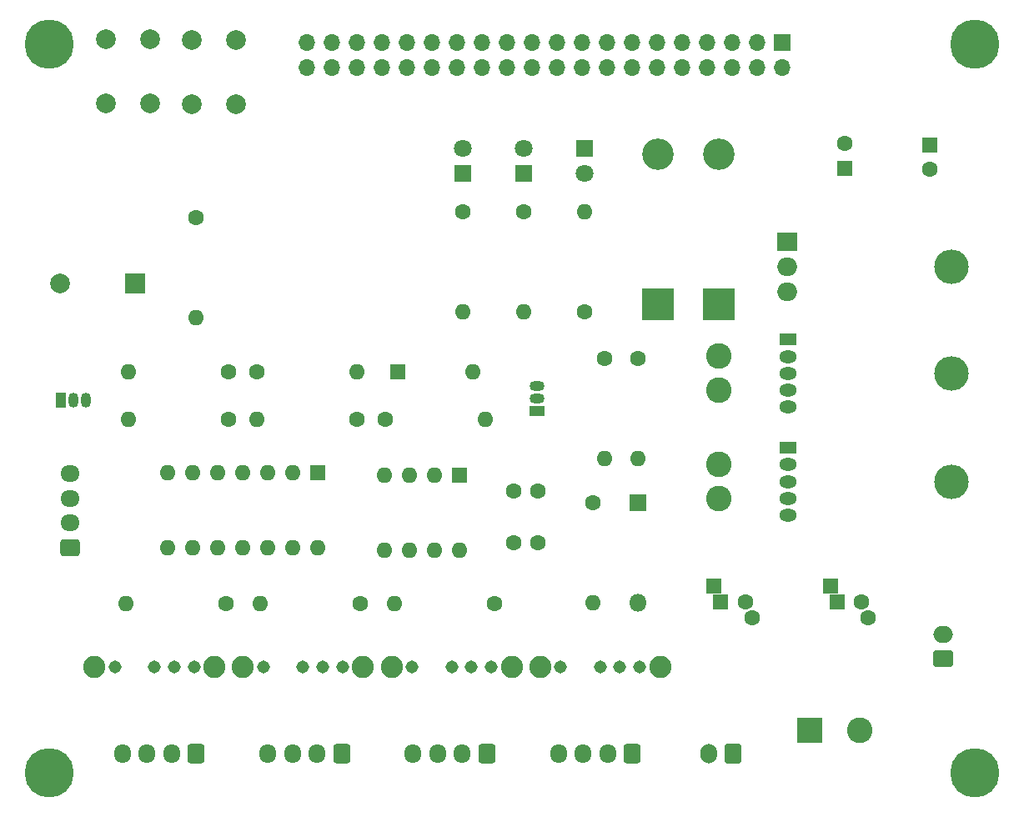
<source format=gbr>
%TF.GenerationSoftware,KiCad,Pcbnew,(6.0.5)*%
%TF.CreationDate,2022-07-01T12:58:53+07:00*%
%TF.ProjectId,MARUKO_RS485_PoC,4d415255-4b4f-45f5-9253-3438355f506f,rev?*%
%TF.SameCoordinates,Original*%
%TF.FileFunction,Soldermask,Bot*%
%TF.FilePolarity,Negative*%
%FSLAX46Y46*%
G04 Gerber Fmt 4.6, Leading zero omitted, Abs format (unit mm)*
G04 Created by KiCad (PCBNEW (6.0.5)) date 2022-07-01 12:58:53*
%MOMM*%
%LPD*%
G01*
G04 APERTURE LIST*
G04 Aperture macros list*
%AMRoundRect*
0 Rectangle with rounded corners*
0 $1 Rounding radius*
0 $2 $3 $4 $5 $6 $7 $8 $9 X,Y pos of 4 corners*
0 Add a 4 corners polygon primitive as box body*
4,1,4,$2,$3,$4,$5,$6,$7,$8,$9,$2,$3,0*
0 Add four circle primitives for the rounded corners*
1,1,$1+$1,$2,$3*
1,1,$1+$1,$4,$5*
1,1,$1+$1,$6,$7*
1,1,$1+$1,$8,$9*
0 Add four rect primitives between the rounded corners*
20,1,$1+$1,$2,$3,$4,$5,0*
20,1,$1+$1,$4,$5,$6,$7,0*
20,1,$1+$1,$6,$7,$8,$9,0*
20,1,$1+$1,$8,$9,$2,$3,0*%
G04 Aperture macros list end*
%ADD10O,1.700000X1.700000*%
%ADD11R,1.700000X1.700000*%
%ADD12R,3.200000X3.200000*%
%ADD13O,3.200000X3.200000*%
%ADD14C,1.600000*%
%ADD15O,1.600000X1.600000*%
%ADD16C,2.250000*%
%ADD17C,1.308000*%
%ADD18R,1.500000X1.050000*%
%ADD19O,1.500000X1.050000*%
%ADD20RoundRect,0.250000X0.600000X0.725000X-0.600000X0.725000X-0.600000X-0.725000X0.600000X-0.725000X0*%
%ADD21O,1.700000X1.950000*%
%ADD22R,1.800000X1.800000*%
%ADD23O,1.800000X1.800000*%
%ADD24C,2.600000*%
%ADD25R,2.600000X2.600000*%
%ADD26RoundRect,0.250000X0.750000X-0.600000X0.750000X0.600000X-0.750000X0.600000X-0.750000X-0.600000X0*%
%ADD27O,2.000000X1.700000*%
%ADD28C,0.800000*%
%ADD29C,5.000000*%
%ADD30R,1.600000X1.600000*%
%ADD31O,3.500000X3.500000*%
%ADD32R,2.000000X1.905000*%
%ADD33O,2.000000X1.905000*%
%ADD34R,2.000000X2.000000*%
%ADD35C,2.000000*%
%ADD36C,1.800000*%
%ADD37R,1.800000X1.275000*%
%ADD38O,1.800000X1.275000*%
%ADD39O,1.050000X1.500000*%
%ADD40R,1.050000X1.500000*%
%ADD41RoundRect,0.250000X0.725000X-0.600000X0.725000X0.600000X-0.725000X0.600000X-0.725000X-0.600000X0*%
%ADD42O,1.950000X1.700000*%
%ADD43RoundRect,0.250000X0.600000X0.750000X-0.600000X0.750000X-0.600000X-0.750000X0.600000X-0.750000X0*%
%ADD44O,1.700000X2.000000*%
G04 APERTURE END LIST*
D10*
%TO.C,J6*%
X120990000Y-65940000D03*
X120990000Y-63400000D03*
X123530000Y-65940000D03*
X123530000Y-63400000D03*
X126070000Y-65940000D03*
X126070000Y-63400000D03*
X128610000Y-65940000D03*
X128610000Y-63400000D03*
X131150000Y-65940000D03*
X131150000Y-63400000D03*
X133690000Y-65940000D03*
X133690000Y-63400000D03*
X136230000Y-65940000D03*
X136230000Y-63400000D03*
X138770000Y-65940000D03*
X138770000Y-63400000D03*
X141310000Y-65940000D03*
X141310000Y-63400000D03*
X143850000Y-65940000D03*
X143850000Y-63400000D03*
X146390000Y-65940000D03*
X146390000Y-63400000D03*
X148930000Y-65940000D03*
X148930000Y-63400000D03*
X151470000Y-65940000D03*
X151470000Y-63400000D03*
X154010000Y-65940000D03*
X154010000Y-63400000D03*
X156550000Y-65940000D03*
X156550000Y-63400000D03*
X159090000Y-65940000D03*
X159090000Y-63400000D03*
X161630000Y-65940000D03*
X161630000Y-63400000D03*
X164170000Y-65940000D03*
X164170000Y-63400000D03*
X166710000Y-65940000D03*
X166710000Y-63400000D03*
X169250000Y-65940000D03*
D11*
X169250000Y-63400000D03*
%TD*%
D12*
%TO.C,D4*%
X156650000Y-90020000D03*
D13*
X156650000Y-74780000D03*
%TD*%
D14*
%TO.C,R13*%
X126090000Y-101700000D03*
D15*
X115930000Y-101700000D03*
%TD*%
D16*
%TO.C,SW2*%
X126743333Y-126850000D03*
X114543333Y-126850000D03*
D17*
X124643333Y-126850000D03*
X122643333Y-126850000D03*
X120643333Y-126850000D03*
X116643333Y-126850000D03*
%TD*%
D18*
%TO.C,Q2*%
X144410000Y-100870000D03*
D19*
X144410000Y-99600000D03*
X144410000Y-98330000D03*
%TD*%
D14*
%TO.C,R6*%
X143050000Y-80605000D03*
D15*
X143050000Y-90765000D03*
%TD*%
D16*
%TO.C,SW3*%
X141826666Y-126850000D03*
X129626666Y-126850000D03*
D17*
X139726666Y-126850000D03*
X137726666Y-126850000D03*
X135726666Y-126850000D03*
X131726666Y-126850000D03*
%TD*%
D20*
%TO.C,J2*%
X124560000Y-135625000D03*
D21*
X122060000Y-135625000D03*
X119560000Y-135625000D03*
X117060000Y-135625000D03*
%TD*%
D22*
%TO.C,D3*%
X154650000Y-110120000D03*
D23*
X154650000Y-120280000D03*
%TD*%
D24*
%TO.C,L1*%
X162850000Y-106250000D03*
X162850000Y-109750000D03*
%TD*%
D25*
%TO.C,J5*%
X172055000Y-133305000D03*
D24*
X177135000Y-133305000D03*
%TD*%
D26*
%TO.C,J8*%
X185650000Y-126000000D03*
D27*
X185650000Y-123500000D03*
%TD*%
D28*
%TO.C,H3*%
X187524175Y-138925825D03*
X186975000Y-137600000D03*
X190175825Y-138925825D03*
X188850000Y-135725000D03*
D29*
X188850000Y-137600000D03*
D28*
X188850000Y-139475000D03*
X190175825Y-136274175D03*
X187524175Y-136274175D03*
X190725000Y-137600000D03*
%TD*%
D14*
%TO.C,C4*%
X184250000Y-76294888D03*
D30*
X184250000Y-73794888D03*
%TD*%
D31*
%TO.C,Q1*%
X186480000Y-86200000D03*
D32*
X169820000Y-83660000D03*
D33*
X169820000Y-86200000D03*
X169820000Y-88740000D03*
%TD*%
D14*
%TO.C,R2*%
X112800000Y-120400000D03*
D15*
X102640000Y-120400000D03*
%TD*%
D24*
%TO.C,L2*%
X162850000Y-98750000D03*
X162850000Y-95250000D03*
%TD*%
D14*
%TO.C,C6*%
X142000000Y-114200000D03*
X144500000Y-114200000D03*
%TD*%
D34*
%TO.C,BZ1*%
X103550000Y-87900000D03*
D35*
X95950000Y-87900000D03*
%TD*%
D20*
%TO.C,J3*%
X139310000Y-135625000D03*
D21*
X136810000Y-135625000D03*
X134310000Y-135625000D03*
X131810000Y-135625000D03*
%TD*%
D22*
%TO.C,D2*%
X149250000Y-74135000D03*
D36*
X149250000Y-76675000D03*
%TD*%
D14*
%TO.C,R5*%
X136850000Y-80605000D03*
D15*
X136850000Y-90765000D03*
%TD*%
D14*
%TO.C,R3*%
X154650000Y-95520000D03*
D15*
X154650000Y-105680000D03*
%TD*%
D22*
%TO.C,D7*%
X143050000Y-76685000D03*
D36*
X143050000Y-74145000D03*
%TD*%
D30*
%TO.C,C1*%
X174850000Y-120200000D03*
X174179063Y-118600000D03*
D14*
X178020937Y-121800000D03*
X177350000Y-120200000D03*
%TD*%
D12*
%TO.C,D5*%
X162850000Y-90020000D03*
D13*
X162850000Y-74780000D03*
%TD*%
D31*
%TO.C,U2*%
X186510000Y-108000000D03*
D37*
X169850000Y-104600000D03*
D38*
X169850000Y-106300000D03*
X169850000Y-108000000D03*
X169850000Y-109700000D03*
X169850000Y-111400000D03*
%TD*%
D14*
%TO.C,R14*%
X113050000Y-96900000D03*
D15*
X102890000Y-96900000D03*
%TD*%
D14*
%TO.C,R1*%
X151250000Y-95520000D03*
D15*
X151250000Y-105680000D03*
%TD*%
D39*
%TO.C,Q3*%
X98570000Y-99710000D03*
X97300000Y-99710000D03*
D40*
X96030000Y-99710000D03*
%TD*%
D38*
%TO.C,U3*%
X169850000Y-100400000D03*
X169850000Y-98700000D03*
X169850000Y-97000000D03*
X169850000Y-95300000D03*
D37*
X169850000Y-93600000D03*
D31*
X186510000Y-97000000D03*
%TD*%
D14*
%TO.C,R4*%
X149250000Y-90765000D03*
D15*
X149250000Y-80605000D03*
%TD*%
D22*
%TO.C,D6*%
X136850000Y-76685000D03*
D36*
X136850000Y-74145000D03*
%TD*%
D14*
%TO.C,R7*%
X128970000Y-101700000D03*
D15*
X139130000Y-101700000D03*
%TD*%
D14*
%TO.C,R8*%
X150050000Y-110120000D03*
D15*
X150050000Y-120280000D03*
%TD*%
D14*
%TO.C,R11*%
X115930000Y-96900000D03*
D15*
X126090000Y-96900000D03*
%TD*%
D14*
%TO.C,R10*%
X140100000Y-120400000D03*
D15*
X129940000Y-120400000D03*
%TD*%
D30*
%TO.C,D8*%
X130240000Y-96900000D03*
D15*
X137860000Y-96900000D03*
%TD*%
D14*
%TO.C,C5*%
X142000000Y-109000000D03*
X144500000Y-109000000D03*
%TD*%
D16*
%TO.C,SW4*%
X156910000Y-126850000D03*
X144710000Y-126850000D03*
D17*
X154810000Y-126850000D03*
X152810000Y-126850000D03*
X150810000Y-126850000D03*
X146810000Y-126850000D03*
%TD*%
D28*
%TO.C,H4*%
X93524175Y-136274175D03*
D29*
X94850000Y-137600000D03*
D28*
X94850000Y-139475000D03*
X92975000Y-137600000D03*
X96175825Y-136274175D03*
X93524175Y-138925825D03*
X94850000Y-135725000D03*
X96175825Y-138925825D03*
X96725000Y-137600000D03*
%TD*%
D41*
%TO.C,J11*%
X96950000Y-114700000D03*
D42*
X96950000Y-112200000D03*
X96950000Y-109700000D03*
X96950000Y-107200000D03*
%TD*%
D30*
%TO.C,U5*%
X136500000Y-107350000D03*
D15*
X133960000Y-107350000D03*
X131420000Y-107350000D03*
X128880000Y-107350000D03*
X128880000Y-114970000D03*
X131420000Y-114970000D03*
X133960000Y-114970000D03*
X136500000Y-114970000D03*
%TD*%
D35*
%TO.C,SW5*%
X100600000Y-63100000D03*
X100600000Y-69600000D03*
X105100000Y-69600000D03*
X105100000Y-63100000D03*
%TD*%
D14*
%TO.C,R25*%
X109750000Y-81220000D03*
D15*
X109750000Y-91380000D03*
%TD*%
D43*
%TO.C,J9*%
X164310000Y-135600000D03*
D44*
X161810000Y-135600000D03*
%TD*%
D30*
%TO.C,C3*%
X175650000Y-76205113D03*
D14*
X175650000Y-73705113D03*
%TD*%
%TO.C,R12*%
X113050000Y-101700000D03*
D15*
X102890000Y-101700000D03*
%TD*%
D30*
%TO.C,C2*%
X163050000Y-120200000D03*
X162379063Y-118600000D03*
D14*
X166220937Y-121800000D03*
X165550000Y-120200000D03*
%TD*%
D16*
%TO.C,SW1*%
X111660000Y-126850000D03*
X99460000Y-126850000D03*
D17*
X109560000Y-126850000D03*
X107560000Y-126850000D03*
X105560000Y-126850000D03*
X101560000Y-126850000D03*
%TD*%
D28*
%TO.C,H1*%
X94850000Y-65475000D03*
X96175825Y-62274175D03*
X93524175Y-64925825D03*
X94850000Y-61725000D03*
X92975000Y-63600000D03*
X93524175Y-62274175D03*
X96725000Y-63600000D03*
D29*
X94850000Y-63600000D03*
D28*
X96175825Y-64925825D03*
%TD*%
D29*
%TO.C,H2*%
X188850000Y-63600000D03*
D28*
X186975000Y-63600000D03*
X190725000Y-63600000D03*
X187524175Y-64925825D03*
X190175825Y-64925825D03*
X190175825Y-62274175D03*
X188850000Y-65475000D03*
X187524175Y-62274175D03*
X188850000Y-61725000D03*
%TD*%
D20*
%TO.C,J4*%
X154060000Y-135625000D03*
D21*
X151560000Y-135625000D03*
X149060000Y-135625000D03*
X146560000Y-135625000D03*
%TD*%
D35*
%TO.C,SW6*%
X109350000Y-63150000D03*
X109350000Y-69650000D03*
X113850000Y-63150000D03*
X113850000Y-69650000D03*
%TD*%
D14*
%TO.C,R9*%
X126450000Y-120400000D03*
D15*
X116290000Y-120400000D03*
%TD*%
D30*
%TO.C,U4*%
X122125000Y-107150000D03*
D15*
X119585000Y-107150000D03*
X117045000Y-107150000D03*
X114505000Y-107150000D03*
X111965000Y-107150000D03*
X109425000Y-107150000D03*
X106885000Y-107150000D03*
X106885000Y-114770000D03*
X109425000Y-114770000D03*
X111965000Y-114770000D03*
X114505000Y-114770000D03*
X117045000Y-114770000D03*
X119585000Y-114770000D03*
X122125000Y-114770000D03*
%TD*%
D20*
%TO.C,J1*%
X109810000Y-135625000D03*
D21*
X107310000Y-135625000D03*
X104810000Y-135625000D03*
X102310000Y-135625000D03*
%TD*%
M02*

</source>
